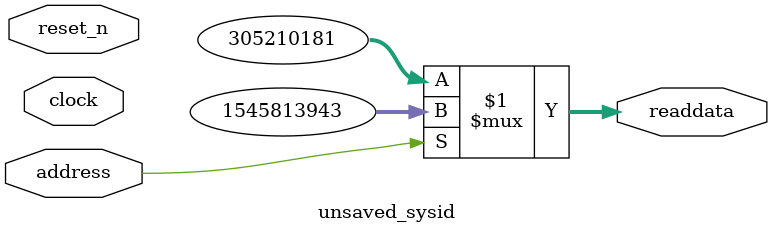
<source format=v>



// synthesis translate_off
`timescale 1ns / 1ps
// synthesis translate_on

// turn off superfluous verilog processor warnings 
// altera message_level Level1 
// altera message_off 10034 10035 10036 10037 10230 10240 10030 

module unsaved_sysid (
               // inputs:
                address,
                clock,
                reset_n,

               // outputs:
                readdata
             )
;

  output  [ 31: 0] readdata;
  input            address;
  input            clock;
  input            reset_n;

  wire    [ 31: 0] readdata;
  //control_slave, which is an e_avalon_slave
  assign readdata = address ? 1545813943 : 305210181;

endmodule



</source>
